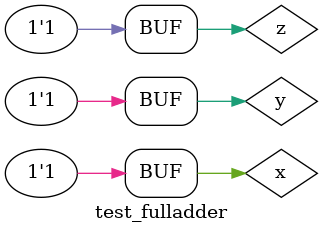
<source format=v>
module test_fulladder;
reg x,y,z;
wire s,c;
FADDER fl(s,c,x,y,z);
initial
$monitor(,$time,"x=%b,y=%b,z=%b,s=%b,c=%b",x,y,z,s,c);

initial
begin
#0 x=1'b0;y=1'b0;z=1'b0;
#4 x=1'b1;y=1'b0;z=1'b0;
#4 x=1'b0;y=1'b1;z=1'b0;
#4 x=1'b1;y=1'b1;z=1'b0;
#4 x=1'b0;y=1'b0;z=1'b1;
#4 x=1'b1;y=1'b0;z=1'b1;
#4 x=1'b0;y=1'b1;z=1'b1;
#4 x=1'b1;y=1'b1;z=1'b1;
end
endmodule
</source>
